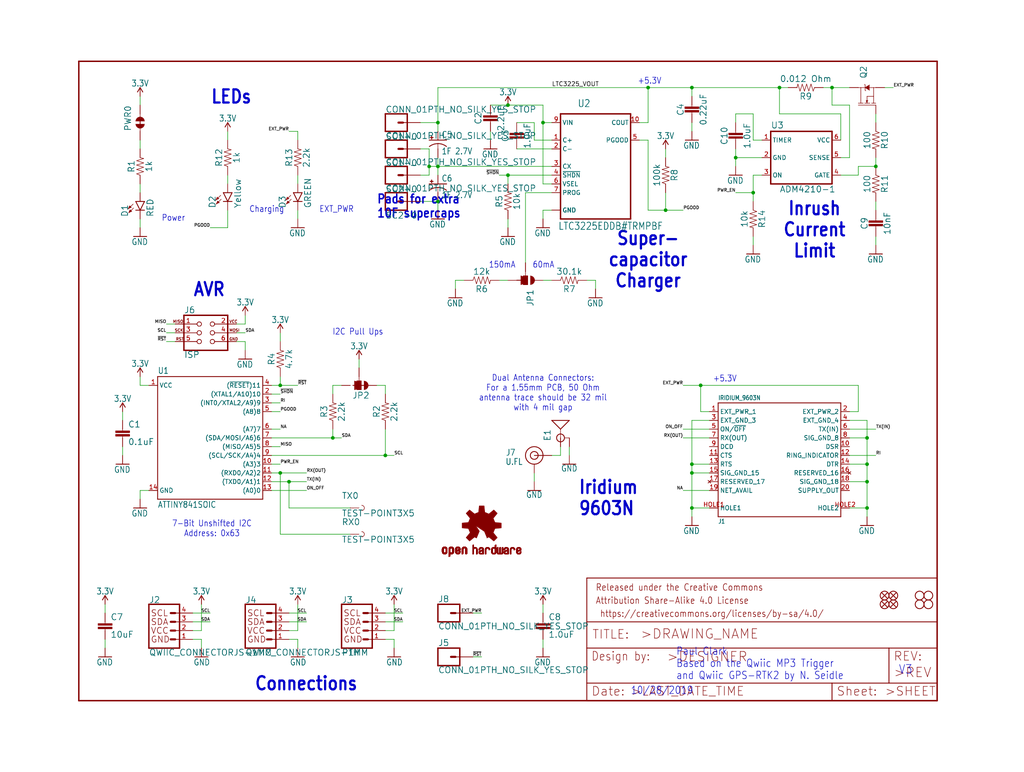
<source format=kicad_sch>
(kicad_sch (version 20211123) (generator eeschema)
  (paper "User" 297.002 223.926)
  (lib_symbols
    (symbol "eagleSchem-eagle-import:0.1UF-0603-25V-5%"
      (property "Reference" "C" (at 1.524 2.921 0))
      (property "Value" "0.1UF-0603-25V-5%" (at 1.524 -2.159 0))
      (symbol "0.1UF-0603-25V-5%_1_0"
        (pin passive line (at 0 5.08 270) (length 2.54) (name "1") (number "1"))
        (pin passive line (at 0 -2.54 90) (length 2.54) (name "2") (number "2"))
      )
    )
    (symbol "eagleSchem-eagle-import:0.22UF-0603-25V-10%"
      (property "Reference" "C" (at 1.524 2.921 0))
      (property "Value" "0.22UF-0603-25V-10%" (at 1.524 -2.159 0))
      (symbol "0.22UF-0603-25V-10%_1_0"
        (pin passive line (at 0 5.08 270) (length 2.54) (name "1") (number "1"))
        (pin passive line (at 0 -2.54 90) (length 2.54) (name "2") (number "2"))
      )
    )
    (symbol "eagleSchem-eagle-import:1.0UF-0603-16V-10%-X7R"
      (property "Reference" "C" (at 1.524 2.921 0))
      (property "Value" "1.0UF-0603-16V-10%-X7R" (at 1.524 -2.159 0))
      (symbol "1.0UF-0603-16V-10%-X7R_1_0"
        (pin passive line (at 0 5.08 270) (length 2.54) (name "1") (number "1"))
        (pin passive line (at 0 -2.54 90) (length 2.54) (name "2") (number "2"))
      )
    )
    (symbol "eagleSchem-eagle-import:100KOHM-0603-1{slash}10W-1%"
      (property "Reference" "R" (at 0 1.524 0))
      (property "Value" "100KOHM-0603-1{slash}10W-1%" (at 0 -1.524 0))
      (symbol "100KOHM-0603-1{slash}10W-1%_1_0"
        (pin passive line (at -5.08 0 0) (length 2.54) (name "1") (number "1"))
        (pin passive line (at 5.08 0 180) (length 2.54) (name "2") (number "2"))
      )
    )
    (symbol "eagleSchem-eagle-import:100OHM-0603-1{slash}10W-1%"
      (property "Reference" "R" (at 0 1.524 0))
      (property "Value" "100OHM-0603-1{slash}10W-1%" (at 0 -1.524 0))
      (symbol "100OHM-0603-1{slash}10W-1%_1_0"
        (pin passive line (at -5.08 0 0) (length 2.54) (name "1") (number "1"))
        (pin passive line (at 5.08 0 180) (length 2.54) (name "2") (number "2"))
      )
    )
    (symbol "eagleSchem-eagle-import:10KOHM-0603-1{slash}10W-1%"
      (property "Reference" "R" (at 0 1.524 0))
      (property "Value" "10KOHM-0603-1{slash}10W-1%" (at 0 -1.524 0))
      (symbol "10KOHM-0603-1{slash}10W-1%_1_0"
        (pin passive line (at -5.08 0 0) (length 2.54) (name "1") (number "1"))
        (pin passive line (at 5.08 0 180) (length 2.54) (name "2") (number "2"))
      )
    )
    (symbol "eagleSchem-eagle-import:10NF-0603-50V-10%"
      (property "Reference" "C" (at 1.524 2.921 0))
      (property "Value" "10NF-0603-50V-10%" (at 1.524 -2.159 0))
      (symbol "10NF-0603-50V-10%_1_0"
        (pin passive line (at 0 5.08 270) (length 2.54) (name "1") (number "1"))
        (pin passive line (at 0 -2.54 90) (length 2.54) (name "2") (number "2"))
      )
    )
    (symbol "eagleSchem-eagle-import:10UF-0603-6.3V-20%"
      (property "Reference" "C" (at 1.524 2.921 0))
      (property "Value" "10UF-0603-6.3V-20%" (at 1.524 -2.159 0))
      (symbol "10UF-0603-6.3V-20%_1_0"
        (pin passive line (at 0 5.08 270) (length 2.54) (name "1") (number "1"))
        (pin passive line (at 0 -2.54 90) (length 2.54) (name "2") (number "2"))
      )
    )
    (symbol "eagleSchem-eagle-import:12KOHM-0603-1{slash}10W-1%"
      (property "Reference" "R" (at 0 1.524 0))
      (property "Value" "12KOHM-0603-1{slash}10W-1%" (at 0 -1.524 0))
      (symbol "12KOHM-0603-1{slash}10W-1%_1_0"
        (pin passive line (at -5.08 0 0) (length 2.54) (name "1") (number "1"))
        (pin passive line (at 5.08 0 180) (length 2.54) (name "2") (number "2"))
      )
    )
    (symbol "eagleSchem-eagle-import:1F-2.7V(PTH)CPOL-RADIAL-1H-2.7V"
      (property "Reference" "C" (at 1.016 0.635 0))
      (property "Value" "1F-2.7V(PTH)CPOL-RADIAL-1H-2.7V" (at 1.016 -4.191 0))
      (symbol "1F-2.7V(PTH)CPOL-RADIAL-1H-2.7V_1_0"
        (pin passive line (at 0 2.54 270) (length 2.54) (name "+") (number "+"))
        (pin passive line (at 0 -5.08 90) (length 2.54) (name "-") (number "-"))
      )
    )
    (symbol "eagleSchem-eagle-import:1KOHM-0603-1{slash}10W-1%"
      (property "Reference" "R" (at 0 1.524 0))
      (property "Value" "1KOHM-0603-1{slash}10W-1%" (at 0 -1.524 0))
      (symbol "1KOHM-0603-1{slash}10W-1%_1_0"
        (pin passive line (at -5.08 0 0) (length 2.54) (name "1") (number "1"))
        (pin passive line (at 5.08 0 180) (length 2.54) (name "2") (number "2"))
      )
    )
    (symbol "eagleSchem-eagle-import:2.2KOHM-0603-1{slash}10W-1%"
      (property "Reference" "R" (at 0 1.524 0))
      (property "Value" "2.2KOHM-0603-1{slash}10W-1%" (at 0 -1.524 0))
      (symbol "2.2KOHM-0603-1{slash}10W-1%_1_0"
        (pin passive line (at -5.08 0 0) (length 2.54) (name "1") (number "1"))
        (pin passive line (at 5.08 0 180) (length 2.54) (name "2") (number "2"))
      )
    )
    (symbol "eagleSchem-eagle-import:2.2UF-0603-10V-20%"
      (property "Reference" "C" (at 1.524 2.921 0))
      (property "Value" "2.2UF-0603-10V-20%" (at 1.524 -2.159 0))
      (symbol "2.2UF-0603-10V-20%_1_0"
        (pin passive line (at 0 5.08 270) (length 2.54) (name "1") (number "1"))
        (pin passive line (at 0 -2.54 90) (length 2.54) (name "2") (number "2"))
      )
    )
    (symbol "eagleSchem-eagle-import:3.3V" (power)
      (property "Value" "3.3V" (at 0 2.794 0))
      (symbol "3.3V_1_0"
        (pin power_in line (at 0 0 90) (length 2.54) (name "3.3V") (number "1"))
      )
    )
    (symbol "eagleSchem-eagle-import:30.1KOHM-0603-1{slash}10W-1%"
      (property "Reference" "R" (at 0 1.524 0))
      (property "Value" "30.1KOHM-0603-1{slash}10W-1%" (at 0 -1.524 0))
      (symbol "30.1KOHM-0603-1{slash}10W-1%_1_0"
        (pin passive line (at -5.08 0 0) (length 2.54) (name "1") (number "1"))
        (pin passive line (at 5.08 0 180) (length 2.54) (name "2") (number "2"))
      )
    )
    (symbol "eagleSchem-eagle-import:4.7KOHM-0603-1{slash}10W-1%"
      (property "Reference" "R" (at 0 1.524 0))
      (property "Value" "4.7KOHM-0603-1{slash}10W-1%" (at 0 -1.524 0))
      (symbol "4.7KOHM-0603-1{slash}10W-1%_1_0"
        (pin passive line (at -5.08 0 0) (length 2.54) (name "1") (number "1"))
        (pin passive line (at 5.08 0 180) (length 2.54) (name "2") (number "2"))
      )
    )
    (symbol "eagleSchem-eagle-import:ADM4210-1"
      (property "Reference" "IC" (at -7.62 8.382 0))
      (property "Value" "ADM4210-1" (at -7.62 -10.16 0))
      (symbol "ADM4210-1_1_0"
        (pin input line (at -10.16 5.08 0) (length 2.54) (name "TIMER") (number "1"))
        (pin power_in line (at -10.16 0 0) (length 2.54) (name "GND") (number "2"))
        (pin input line (at -10.16 -5.08 0) (length 2.54) (name "ON") (number "3"))
        (pin output line (at 12.7 -5.08 180) (length 2.54) (name "GATE") (number "4"))
        (pin input line (at 12.7 0 180) (length 2.54) (name "SENSE") (number "5"))
        (pin power_in line (at 12.7 5.08 180) (length 2.54) (name "VCC") (number "6"))
      )
    )
    (symbol "eagleSchem-eagle-import:ANTENNA-GROUNDEDEDGE_SMA"
      (property "Reference" "E" (at 3.048 0 0))
      (property "Value" "ANTENNA-GROUNDEDEDGE_SMA" (at 3.048 -2.286 0))
      (symbol "ANTENNA-GROUNDEDEDGE_SMA_1_0"
        (pin bidirectional line (at 2.54 -2.54 90) (length 2.54) (name "GND") (number "GND@0"))
        (pin bidirectional line (at 2.54 -2.54 90) (length 2.54) (name "GND") (number "GND@1"))
        (pin bidirectional line (at 2.54 -2.54 90) (length 2.54) (name "GND") (number "GND@2"))
        (pin bidirectional line (at 2.54 -2.54 90) (length 2.54) (name "GND") (number "GND@3"))
        (pin bidirectional line (at 0 -2.54 90) (length 2.54) (name "SIGNAL") (number "SIG"))
      )
    )
    (symbol "eagleSchem-eagle-import:ATTINY841SOIC"
      (property "Reference" "U" (at -15.24 18.542 0))
      (property "Value" "ATTINY841SOIC" (at -15.24 -20.32 0))
      (symbol "ATTINY841SOIC_1_0"
        (pin bidirectional line (at -17.78 15.24 0) (length 2.54) (name "VCC") (number "1"))
        (pin bidirectional line (at 17.78 -7.62 180) (length 2.54) (name "(A3)3") (number "10"))
        (pin bidirectional line (at 17.78 -10.16 180) (length 2.54) (name "(RXD0/A2)2") (number "11"))
        (pin bidirectional line (at 17.78 -12.7 180) (length 2.54) (name "(TXD0/A1)1") (number "12"))
        (pin bidirectional line (at 17.78 -15.24 180) (length 2.54) (name "(A0)0") (number "13"))
        (pin bidirectional line (at -17.78 -15.24 0) (length 2.54) (name "GND") (number "14"))
        (pin bidirectional line (at 17.78 12.7 180) (length 2.54) (name "(XTAL1/A10)10") (number "2"))
        (pin bidirectional line (at 17.78 10.16 180) (length 2.54) (name "(INT0/XTAL2/A9)9") (number "3"))
        (pin bidirectional line (at 17.78 15.24 180) (length 2.54) (name "(~{RESET})11") (number "4"))
        (pin bidirectional line (at 17.78 7.62 180) (length 2.54) (name "(A8)8") (number "5"))
        (pin bidirectional line (at 17.78 2.54 180) (length 2.54) (name "(A7)7") (number "6"))
        (pin bidirectional line (at 17.78 0 180) (length 2.54) (name "(SDA/MOSI/A6)6") (number "7"))
        (pin bidirectional line (at 17.78 -2.54 180) (length 2.54) (name "(MISO/A5)5") (number "8"))
        (pin bidirectional line (at 17.78 -5.08 180) (length 2.54) (name "(SCL/SCK/A4)4") (number "9"))
      )
    )
    (symbol "eagleSchem-eagle-import:AVR_SPI_PROG_3X2TESTPOINTS"
      (property "Reference" "J" (at -5.08 5.588 0))
      (property "Value" "AVR_SPI_PROG_3X2TESTPOINTS" (at -5.08 -7.366 0))
      (symbol "AVR_SPI_PROG_3X2TESTPOINTS_1_0"
        (text "GND" (at 8.001 -2.286 0) (effects (font (size 0.8128 0.8128)) (justify left bottom)))
        (text "MISO" (at -5.207 2.794 0) (effects (font (size 0.8128 0.8128)) (justify right bottom)))
        (text "MOSI" (at 8.001 0.254 0) (effects (font (size 0.8128 0.8128)) (justify left bottom)))
        (text "RST" (at -5.08 -2.286 0) (effects (font (size 0.8128 0.8128)) (justify right bottom)))
        (text "SCK" (at -5.207 0.254 0) (effects (font (size 0.8128 0.8128)) (justify right bottom)))
        (text "VCC" (at 8.001 2.794 0) (effects (font (size 0.8128 0.8128)) (justify left bottom)))
        (pin passive inverted (at -7.62 2.54 0) (length 7.62) (name "1") (number "1"))
        (pin passive inverted (at 10.16 2.54 180) (length 7.62) (name "2") (number "2"))
        (pin passive inverted (at -7.62 0 0) (length 7.62) (name "3") (number "3"))
        (pin passive inverted (at 10.16 0 180) (length 7.62) (name "4") (number "4"))
        (pin passive inverted (at -7.62 -2.54 0) (length 7.62) (name "5") (number "5"))
        (pin passive inverted (at 10.16 -2.54 180) (length 7.62) (name "6") (number "6"))
      )
    )
    (symbol "eagleSchem-eagle-import:CONN_01PTH_NO_SILK_YES_STOP"
      (property "Reference" "J" (at -2.54 3.048 0))
      (property "Value" "CONN_01PTH_NO_SILK_YES_STOP" (at -2.54 -4.826 0))
      (symbol "CONN_01PTH_NO_SILK_YES_STOP_1_0"
        (pin passive line (at 7.62 0 180) (length 5.08) (name "1") (number "1"))
      )
    )
    (symbol "eagleSchem-eagle-import:FIDUCIAL1X2")
    (symbol "eagleSchem-eagle-import:FRAME-LETTER"
      (symbol "FRAME-LETTER_2_0"
        (text " https://creativecommons.org/licenses/by-sa/4.0/" (at 2.54 24.13 0) (effects (font (size 1.9304 1.6408)) (justify left bottom)))
        (text ">DESIGNER" (at 23.114 11.176 0) (effects (font (size 2.7432 2.7432)) (justify left bottom)))
        (text ">DRAWING_NAME" (at 15.494 17.78 0) (effects (font (size 2.7432 2.7432)) (justify left bottom)))
        (text ">LAST_DATE_TIME" (at 12.7 1.27 0) (effects (font (size 2.54 2.54)) (justify left bottom)))
        (text ">REV" (at 88.9 6.604 0) (effects (font (size 2.7432 2.7432)) (justify left bottom)))
        (text ">SHEET" (at 86.36 1.27 0) (effects (font (size 2.54 2.54)) (justify left bottom)))
        (text "Attribution Share-Alike 4.0 License" (at 2.54 27.94 0) (effects (font (size 1.9304 1.6408)) (justify left bottom)))
        (text "Date:" (at 1.27 1.27 0) (effects (font (size 2.54 2.54)) (justify left bottom)))
        (text "Design by:" (at 1.27 11.43 0) (effects (font (size 2.54 2.159)) (justify left bottom)))
        (text "Released under the Creative Commons" (at 2.54 31.75 0) (effects (font (size 1.9304 1.6408)) (justify left bottom)))
        (text "REV:" (at 88.9 11.43 0) (effects (font (size 2.54 2.54)) (justify left bottom)))
        (text "Sheet:" (at 72.39 1.27 0) (effects (font (size 2.54 2.54)) (justify left bottom)))
        (text "TITLE:" (at 1.524 17.78 0) (effects (font (size 2.54 2.54)) (justify left bottom)))
      )
    )
    (symbol "eagleSchem-eagle-import:GND" (power)
      (property "Value" "GND" (at 0 -0.254 0))
      (symbol "GND_1_0"
        (pin power_in line (at 0 2.54 270) (length 2.54) (name "GND") (number "1"))
      )
    )
    (symbol "eagleSchem-eagle-import:I2C_STANDARD_NO_SILK"
      (property "Reference" "J" (at -5.08 7.874 0))
      (property "Value" "I2C_STANDARD_NO_SILK" (at -5.08 -5.334 0))
      (symbol "I2C_STANDARD_NO_SILK_1_0"
        (text "GND" (at -4.572 -2.54 0) (effects (font (size 1.778 1.778)) (justify left)))
        (text "SCL" (at -4.572 5.08 0) (effects (font (size 1.778 1.778)) (justify left)))
        (text "SDA" (at -4.572 2.54 0) (effects (font (size 1.778 1.778)) (justify left)))
        (text "VCC" (at -4.572 0 0) (effects (font (size 1.778 1.778)) (justify left)))
        (pin power_in line (at 7.62 -2.54 180) (length 5.08) (name "GND") (number "1"))
        (pin power_in line (at 7.62 0 180) (length 5.08) (name "VCC") (number "2"))
        (pin passive line (at 7.62 2.54 180) (length 5.08) (name "SDA") (number "3"))
        (pin passive line (at 7.62 5.08 180) (length 5.08) (name "SCL") (number "4"))
      )
    )
    (symbol "eagleSchem-eagle-import:IRIDIUM_9603N"
      (property "Reference" "J" (at 2.54 -32.512 0))
      (property "Value" "IRIDIUM_9603N" (at 2.54 3.302 0))
      (symbol "IRIDIUM_9603N_1_0"
        (pin power_in line (at 0 0 0) (length 2.54) (name "EXT_PWR_1") (number "1"))
        (pin output line (at 40.64 -10.16 180) (length 2.54) (name "DSR") (number "10"))
        (pin output line (at 0 -12.7 0) (length 2.54) (name "CTS") (number "11"))
        (pin output line (at 40.64 -12.7 180) (length 2.54) (name "RING_INDICATOR") (number "12"))
        (pin input line (at 0 -15.24 0) (length 2.54) (name "RTS") (number "13"))
        (pin input line (at 40.64 -15.24 180) (length 2.54) (name "DTR") (number "14"))
        (pin power_in line (at 0 -17.78 0) (length 2.54) (name "SIG_GND_15") (number "15"))
        (pin no_connect line (at 40.64 -17.78 180) (length 2.54) (name "RESERVED_16") (number "16"))
        (pin no_connect line (at 0 -20.32 0) (length 2.54) (name "RESERVED_17") (number "17"))
        (pin power_in line (at 40.64 -20.32 180) (length 2.54) (name "SIG_GND_18") (number "18"))
        (pin output line (at 0 -22.86 0) (length 2.54) (name "NET_AVAIL") (number "19"))
        (pin power_in line (at 40.64 0 180) (length 2.54) (name "EXT_PWR_2") (number "2"))
        (pin output line (at 40.64 -22.86 180) (length 2.54) (name "SUPPLY_OUT") (number "20"))
        (pin power_in line (at 0 -2.54 0) (length 2.54) (name "EXT_GND_3") (number "3"))
        (pin power_in line (at 40.64 -2.54 180) (length 2.54) (name "EXT_GND_4") (number "4"))
        (pin input line (at 0 -5.08 0) (length 2.54) (name "ON/~{OFF}") (number "5"))
        (pin input line (at 40.64 -5.08 180) (length 2.54) (name "TX(IN)") (number "6"))
        (pin output line (at 0 -7.62 0) (length 2.54) (name "RX(OUT)") (number "7"))
        (pin power_in line (at 40.64 -7.62 180) (length 2.54) (name "SIG_GND_8") (number "8"))
        (pin output line (at 0 -10.16 0) (length 2.54) (name "DCD") (number "9"))
        (pin power_in line (at 0 -27.94 0) (length 2.54) (name "HOLE1") (number "HOLE1"))
        (pin power_in line (at 40.64 -27.94 180) (length 2.54) (name "HOLE2") (number "HOLE2"))
      )
    )
    (symbol "eagleSchem-eagle-import:JUMPER-SMT_2_NC_TRACE_SILK"
      (property "Reference" "JP" (at -2.54 2.54 0))
      (property "Value" "JUMPER-SMT_2_NC_TRACE_SILK" (at -2.54 -2.54 0))
      (symbol "JUMPER-SMT_2_NC_TRACE_SILK_1_0"
        (pin passive line (at -5.08 0 0) (length 2.54) (name "1") (number "1"))
        (pin passive line (at 5.08 0 180) (length 2.54) (name "2") (number "2"))
      )
    )
    (symbol "eagleSchem-eagle-import:JUMPER-SMT_3_1-NC_TRACE_SILK"
      (property "Reference" "JP" (at 2.54 0.381 0))
      (property "Value" "JUMPER-SMT_3_1-NC_TRACE_SILK" (at 2.54 -0.381 0))
      (symbol "JUMPER-SMT_3_1-NC_TRACE_SILK_1_0"
        (pin passive line (at 0 5.08 270) (length 2.54) (name "1") (number "1"))
        (pin passive line (at -5.08 0 0) (length 2.54) (name "2") (number "2"))
        (pin passive line (at 0 -5.08 90) (length 2.54) (name "3") (number "3"))
      )
    )
    (symbol "eagleSchem-eagle-import:JUMPER-SMT_3_2-NC_TRACE_SILK"
      (property "Reference" "JP" (at 2.54 0.381 0))
      (property "Value" "JUMPER-SMT_3_2-NC_TRACE_SILK" (at 2.54 -0.381 0))
      (symbol "JUMPER-SMT_3_2-NC_TRACE_SILK_1_0"
        (pin passive line (at 0 5.08 270) (length 2.54) (name "1") (number "1"))
        (pin passive line (at -5.08 0 0) (length 2.54) (name "2") (number "2"))
        (pin passive line (at 0 -5.08 90) (length 2.54) (name "3") (number "3"))
      )
    )
    (symbol "eagleSchem-eagle-import:LED-GREEN0603"
      (property "Reference" "D" (at -3.429 -4.572 90))
      (property "Value" "LED-GREEN0603" (at 1.905 -4.572 90))
      (symbol "LED-GREEN0603_1_0"
        (pin passive line (at 0 2.54 270) (length 2.54) (name "A") (number "A"))
        (pin passive line (at 0 -5.08 90) (length 2.54) (name "C") (number "C"))
      )
    )
    (symbol "eagleSchem-eagle-import:LED-RED0603"
      (property "Reference" "D" (at -3.429 -4.572 90))
      (property "Value" "LED-RED0603" (at 1.905 -4.572 90))
      (symbol "LED-RED0603_1_0"
        (pin passive line (at 0 2.54 270) (length 2.54) (name "A") (number "A"))
        (pin passive line (at 0 -5.08 90) (length 2.54) (name "C") (number "C"))
      )
    )
    (symbol "eagleSchem-eagle-import:LED-YELLOW0603"
      (property "Reference" "D" (at -3.429 -4.572 90))
      (property "Value" "LED-YELLOW0603" (at 1.905 -4.572 90))
      (symbol "LED-YELLOW0603_1_0"
        (pin passive line (at 0 2.54 270) (length 2.54) (name "A") (number "A"))
        (pin passive line (at 0 -5.08 90) (length 2.54) (name "C") (number "C"))
      )
    )
    (symbol "eagleSchem-eagle-import:LTC3225EDDB-TRMPBFDFN300X200-10L"
      (property "Reference" "U" (at -5.2578 17.1196 0))
      (property "Value" "LTC3225EDDB-TRMPBFDFN300X200-10L" (at -5.7912 -18.4404 0))
      (symbol "LTC3225EDDB-TRMPBFDFN300X200-10L_1_0"
        (pin passive line (at -12.7 7.62 0) (length 2.54) (name "C+") (number "1"))
        (pin output line (at 12.7 12.7 180) (length 2.54) (name "COUT") (number "10"))
        (pin passive line (at -12.7 -12.7 0) (length 2.54) (name "GND") (number "11"))
        (pin passive line (at -12.7 5.08 0) (length 2.54) (name "C-") (number "2"))
        (pin passive line (at -12.7 0 0) (length 2.54) (name "CX") (number "3"))
        (pin input line (at -12.7 -2.54 0) (length 2.54) (name "~{SHDN}") (number "4"))
        (pin output line (at 12.7 7.62 180) (length 2.54) (name "PGOOD") (number "5"))
        (pin input line (at -12.7 -5.08 0) (length 2.54) (name "VSEL") (number "6"))
        (pin input line (at -12.7 -7.62 0) (length 2.54) (name "PROG") (number "7"))
        (pin passive line (at -12.7 -12.7 0) (length 2.54) (name "GND") (number "8"))
        (pin power_in line (at -12.7 12.7 0) (length 2.54) (name "VIN") (number "9"))
      )
    )
    (symbol "eagleSchem-eagle-import:MOSFET-NCH-AO3404A"
      (property "Reference" "Q" (at 5.08 0 0))
      (property "Value" "MOSFET-NCH-AO3404A" (at 5.08 -2.54 0))
      (symbol "MOSFET-NCH-AO3404A_1_0"
        (pin bidirectional line (at -5.08 -2.54 0) (length 2.54) (name "G") (number "1"))
        (pin bidirectional line (at 2.54 -5.08 90) (length 2.54) (name "S") (number "2"))
        (pin bidirectional line (at 2.54 5.08 270) (length 2.54) (name "D") (number "3"))
      )
    )
    (symbol "eagleSchem-eagle-import:OSHW-LOGOMINI")
    (symbol "eagleSchem-eagle-import:QWIIC_CONNECTORJS-1MM"
      (property "Reference" "J" (at -5.08 7.874 0))
      (property "Value" "QWIIC_CONNECTORJS-1MM" (at -5.08 -5.334 0))
      (symbol "QWIIC_CONNECTORJS-1MM_1_0"
        (text "GND" (at -4.572 -2.54 0) (effects (font (size 1.778 1.778)) (justify left)))
        (text "SCL" (at -4.572 5.08 0) (effects (font (size 1.778 1.778)) (justify left)))
        (text "SDA" (at -4.572 2.54 0) (effects (font (size 1.778 1.778)) (justify left)))
        (text "VCC" (at -4.572 0 0) (effects (font (size 1.778 1.778)) (justify left)))
        (pin power_in line (at 7.62 -2.54 180) (length 5.08) (name "1") (number "1"))
        (pin power_in line (at 7.62 0 180) (length 5.08) (name "2") (number "2"))
        (pin passive line (at 7.62 2.54 180) (length 5.08) (name "3") (number "3"))
        (pin passive line (at 7.62 5.08 180) (length 5.08) (name "4") (number "4"))
      )
    )
    (symbol "eagleSchem-eagle-import:RESISTOR0603"
      (property "Reference" "R" (at 0 1.524 0))
      (property "Value" "RESISTOR0603" (at 0 -1.524 0))
      (symbol "RESISTOR0603_1_0"
        (pin passive line (at -5.08 0 0) (length 2.54) (name "1") (number "1"))
        (pin passive line (at 5.08 0 180) (length 2.54) (name "2") (number "2"))
      )
    )
    (symbol "eagleSchem-eagle-import:STAND-OFF")
    (symbol "eagleSchem-eagle-import:TEST-POINT3X5"
      (property "Reference" "TP" (at -2.54 2.54 0))
      (property "Value" "TEST-POINT3X5" (at -2.54 -2.54 0))
      (symbol "TEST-POINT3X5_1_0"
        (pin bidirectional line (at 0 0 180) (length 0) (name "1") (number "P$1"))
      )
    )
    (symbol "eagleSchem-eagle-import:U.FL2PIN"
      (property "Reference" "J" (at 2.54 -5.08 0))
      (property "Value" "U.FL2PIN" (at 2.54 -7.62 0))
      (symbol "U.FL2PIN_1_0"
        (pin bidirectional line (at 0 -5.08 90) (length 2.54) (name "GND") (number "1"))
        (pin bidirectional line (at 0 -5.08 90) (length 2.54) (name "GND") (number "2"))
        (pin bidirectional line (at 5.08 0 180) (length 5.08) (name "SIGNAL") (number "FEED"))
      )
    )
  )
  (junction (at 241.3 25.4))
  (junction (at 251.46 139.7))
  (junction (at 187.96 25.4))
  (junction (at 127 35.56))
  (junction (at 127 58.42))
  (junction (at 200.66 137.16))
  (junction (at 83.82 139.7))
  (junction (at 200.66 25.4))
  (junction (at 203.2 111.76))
  (junction (at 254 48.26))
  (junction (at 251.46 127))
  (junction (at 157.48 35.56))
  (junction (at 127 48.26))
  (junction (at 226.06 25.4))
  (junction (at 147.32 50.8))
  (junction (at 251.46 134.62))
  (junction (at 193.04 60.96))
  (junction (at 213.36 45.72))
  (junction (at 218.44 55.88))
  (junction (at 200.66 147.32))
  (junction (at 111.76 132.08))
  (junction (at 81.28 137.16))
  (junction (at 251.46 147.32))
  (junction (at 200.66 134.62))
  (junction (at 124.46 48.26))
  (junction (at 81.28 111.76))
  (junction (at 147.32 30.48))
  (junction (at 96.52 127))
  (wire (pts (xy 71.12 91.44) (xy 71.12 93.98)))
  (wire (pts (xy 104.14 106.68) (xy 104.14 104.14)))
  (wire (pts (xy 83.82 177.8) (xy 88.9 177.8)))
  (wire (pts (xy 251.46 139.7) (xy 251.46 134.62)))
  (wire (pts (xy 254 45.72) (xy 254 48.26)))
  (wire (pts (xy 218.44 71.12) (xy 218.44 68.58)))
  (wire (pts (xy 124.46 43.18) (xy 124.46 48.26)))
  (wire (pts (xy 154.94 40.64) (xy 154.94 35.56)))
  (wire (pts (xy 187.96 25.4) (xy 127 25.4)))
  (wire (pts (xy 157.48 185.42) (xy 157.48 187.96)))
  (wire (pts (xy 68.58 96.52) (xy 71.12 96.52)))
  (wire (pts (xy 160.02 53.34) (xy 157.48 53.34)))
  (wire (pts (xy 109.22 111.76) (xy 111.76 111.76)))
  (wire (pts (xy 78.74 142.24) (xy 88.9 142.24)))
  (wire (pts (xy 111.76 132.08) (xy 114.3 132.08)))
  (wire (pts (xy 193.04 60.96) (xy 198.12 60.96)))
  (wire (pts (xy 83.82 139.7) (xy 88.9 139.7)))
  (wire (pts (xy 86.36 40.64) (xy 86.36 38.1)))
  (wire (pts (xy 78.74 132.08) (xy 111.76 132.08)))
  (wire (pts (xy 127 45.72) (xy 127 48.26)))
  (wire (pts (xy 254 58.42) (xy 254 60.96)))
  (wire (pts (xy 96.52 127) (xy 99.06 127)))
  (wire (pts (xy 200.66 27.94) (xy 200.66 25.4)))
  (wire (pts (xy 40.64 55.88) (xy 40.64 53.34)))
  (wire (pts (xy 88.9 137.16) (xy 81.28 137.16)))
  (wire (pts (xy 78.74 139.7) (xy 83.82 139.7)))
  (wire (pts (xy 40.64 142.24) (xy 40.64 144.78)))
  (wire (pts (xy 248.92 50.8) (xy 248.92 48.26)))
  (wire (pts (xy 83.82 147.32) (xy 83.82 139.7)))
  (wire (pts (xy 213.36 48.26) (xy 213.36 45.72)))
  (wire (pts (xy 147.32 30.48) (xy 157.48 30.48)))
  (wire (pts (xy 114.3 182.88) (xy 114.3 175.26)))
  (wire (pts (xy 55.88 177.8) (xy 60.96 177.8)))
  (wire (pts (xy 218.44 55.88) (xy 213.36 55.88)))
  (wire (pts (xy 30.48 185.42) (xy 30.48 187.96)))
  (wire (pts (xy 144.78 50.8) (xy 147.32 50.8)))
  (wire (pts (xy 121.92 43.18) (xy 124.46 43.18)))
  (wire (pts (xy 142.24 30.48) (xy 147.32 30.48)))
  (wire (pts (xy 165.1 132.08) (xy 165.1 129.54)))
  (wire (pts (xy 132.08 83.82) (xy 132.08 81.28)))
  (wire (pts (xy 226.06 25.4) (xy 200.66 25.4)))
  (wire (pts (xy 86.36 60.96) (xy 86.36 63.5)))
  (wire (pts (xy 101.6 154.94) (xy 81.28 154.94)))
  (wire (pts (xy 200.66 134.62) (xy 200.66 137.16)))
  (wire (pts (xy 251.46 121.92) (xy 246.38 121.92)))
  (wire (pts (xy 160.02 60.96) (xy 157.48 60.96)))
  (wire (pts (xy 68.58 99.06) (xy 71.12 99.06)))
  (wire (pts (xy 218.44 50.8) (xy 218.44 55.88)))
  (wire (pts (xy 127 48.26) (xy 124.46 48.26)))
  (wire (pts (xy 218.44 58.42) (xy 218.44 55.88)))
  (wire (pts (xy 251.46 147.32) (xy 251.46 139.7)))
  (wire (pts (xy 246.38 30.48) (xy 241.3 30.48)))
  (wire (pts (xy 35.56 129.54) (xy 35.56 132.08)))
  (wire (pts (xy 246.38 132.08) (xy 254 132.08)))
  (wire (pts (xy 40.64 30.48) (xy 40.64 27.94)))
  (wire (pts (xy 66.04 60.96) (xy 66.04 66.04)))
  (wire (pts (xy 187.96 40.64) (xy 187.96 60.96)))
  (wire (pts (xy 246.38 119.38) (xy 248.92 119.38)))
  (wire (pts (xy 243.84 33.02) (xy 226.06 33.02)))
  (wire (pts (xy 218.44 33.02) (xy 218.44 40.64)))
  (wire (pts (xy 111.76 185.42) (xy 114.3 185.42)))
  (wire (pts (xy 243.84 40.64) (xy 243.84 33.02)))
  (wire (pts (xy 35.56 121.92) (xy 35.56 119.38)))
  (wire (pts (xy 193.04 45.72) (xy 193.04 43.18)))
  (wire (pts (xy 200.66 121.92) (xy 200.66 134.62)))
  (wire (pts (xy 205.74 124.46) (xy 198.12 124.46)))
  (wire (pts (xy 86.36 185.42) (xy 86.36 187.96)))
  (wire (pts (xy 81.28 111.76) (xy 81.28 109.22)))
  (wire (pts (xy 157.48 35.56) (xy 160.02 35.56)))
  (wire (pts (xy 246.38 124.46) (xy 254 124.46)))
  (wire (pts (xy 55.88 182.88) (xy 58.42 182.88)))
  (wire (pts (xy 205.74 142.24) (xy 198.12 142.24)))
  (wire (pts (xy 55.88 185.42) (xy 58.42 185.42)))
  (wire (pts (xy 134.62 81.28) (xy 132.08 81.28)))
  (wire (pts (xy 213.36 35.56) (xy 213.36 33.02)))
  (wire (pts (xy 160.02 48.26) (xy 127 48.26)))
  (wire (pts (xy 213.36 33.02) (xy 218.44 33.02)))
  (wire (pts (xy 68.58 93.98) (xy 71.12 93.98)))
  (wire (pts (xy 78.74 114.3) (xy 81.28 114.3)))
  (wire (pts (xy 157.48 53.34) (xy 157.48 35.56)))
  (wire (pts (xy 43.18 111.76) (xy 40.64 111.76)))
  (wire (pts (xy 142.24 40.64) (xy 142.24 38.1)))
  (wire (pts (xy 78.74 134.62) (xy 81.28 134.62)))
  (wire (pts (xy 162.56 129.54) (xy 162.56 132.08)))
  (wire (pts (xy 205.74 127) (xy 198.12 127)))
  (wire (pts (xy 78.74 124.46) (xy 81.28 124.46)))
  (wire (pts (xy 86.36 38.1) (xy 83.82 38.1)))
  (wire (pts (xy 101.6 147.32) (xy 83.82 147.32)))
  (wire (pts (xy 40.64 66.04) (xy 40.64 63.5)))
  (wire (pts (xy 81.28 99.06) (xy 81.28 96.52)))
  (wire (pts (xy 185.42 35.56) (xy 187.96 35.56)))
  (wire (pts (xy 251.46 127) (xy 251.46 121.92)))
  (wire (pts (xy 162.56 132.08) (xy 160.02 132.08)))
  (wire (pts (xy 170.18 81.28) (xy 172.72 81.28)))
  (wire (pts (xy 157.48 177.8) (xy 157.48 175.26)))
  (wire (pts (xy 66.04 66.04) (xy 60.96 66.04)))
  (wire (pts (xy 137.16 190.5) (xy 139.7 190.5)))
  (wire (pts (xy 66.04 53.34) (xy 66.04 50.8)))
  (wire (pts (xy 248.92 111.76) (xy 203.2 111.76)))
  (wire (pts (xy 83.82 180.34) (xy 88.9 180.34)))
  (wire (pts (xy 220.98 50.8) (xy 218.44 50.8)))
  (wire (pts (xy 111.76 180.34) (xy 116.84 180.34)))
  (wire (pts (xy 81.28 111.76) (xy 86.36 111.76)))
  (wire (pts (xy 248.92 119.38) (xy 248.92 111.76)))
  (wire (pts (xy 127 48.26) (xy 127 50.8)))
  (wire (pts (xy 83.82 185.42) (xy 86.36 185.42)))
  (wire (pts (xy 213.36 45.72) (xy 220.98 45.72)))
  (wire (pts (xy 187.96 60.96) (xy 193.04 60.96)))
  (wire (pts (xy 246.38 45.72) (xy 246.38 30.48)))
  (wire (pts (xy 147.32 53.34) (xy 147.32 50.8)))
  (wire (pts (xy 78.74 137.16) (xy 81.28 137.16)))
  (wire (pts (xy 81.28 154.94) (xy 81.28 137.16)))
  (wire (pts (xy 160.02 40.64) (xy 154.94 40.64)))
  (wire (pts (xy 50.8 93.98) (xy 48.26 93.98)))
  (wire (pts (xy 172.72 81.28) (xy 172.72 83.82)))
  (wire (pts (xy 127 35.56) (xy 127 38.1)))
  (wire (pts (xy 213.36 43.18) (xy 213.36 45.72)))
  (wire (pts (xy 228.6 25.4) (xy 226.06 25.4)))
  (wire (pts (xy 121.92 35.56) (xy 127 35.56)))
  (wire (pts (xy 248.92 48.26) (xy 254 48.26)))
  (wire (pts (xy 241.3 25.4) (xy 246.38 25.4)))
  (wire (pts (xy 152.4 55.88) (xy 152.4 76.2)))
  (wire (pts (xy 160.02 55.88) (xy 152.4 55.88)))
  (wire (pts (xy 127 58.42) (xy 127 60.96)))
  (wire (pts (xy 241.3 30.48) (xy 241.3 25.4)))
  (wire (pts (xy 86.36 182.88) (xy 86.36 175.26)))
  (wire (pts (xy 50.8 96.52) (xy 48.26 96.52)))
  (wire (pts (xy 30.48 177.8) (xy 30.48 175.26)))
  (wire (pts (xy 111.76 111.76) (xy 111.76 114.3)))
  (wire (pts (xy 254 33.02) (xy 254 35.56)))
  (wire (pts (xy 78.74 119.38) (xy 81.28 119.38)))
  (wire (pts (xy 205.74 134.62) (xy 200.66 134.62)))
  (wire (pts (xy 226.06 33.02) (xy 226.06 25.4)))
  (wire (pts (xy 78.74 127) (xy 96.52 127)))
  (wire (pts (xy 99.06 111.76) (xy 96.52 111.76)))
  (wire (pts (xy 121.92 58.42) (xy 127 58.42)))
  (wire (pts (xy 154.94 35.56) (xy 149.86 35.56)))
  (wire (pts (xy 86.36 50.8) (xy 86.36 53.34)))
  (wire (pts (xy 137.16 177.8) (xy 139.7 177.8)))
  (wire (pts (xy 58.42 185.42) (xy 58.42 187.96)))
  (wire (pts (xy 246.38 139.7) (xy 251.46 139.7)))
  (wire (pts (xy 66.04 40.64) (xy 66.04 38.1)))
  (wire (pts (xy 124.46 50.8) (xy 124.46 48.26)))
  (wire (pts (xy 96.52 124.46) (xy 96.52 127)))
  (wire (pts (xy 187.96 35.56) (xy 187.96 25.4)))
  (wire (pts (xy 203.2 111.76) (xy 198.12 111.76)))
  (wire (pts (xy 238.76 25.4) (xy 241.3 25.4)))
  (wire (pts (xy 71.12 99.06) (xy 71.12 101.6)))
  (wire (pts (xy 251.46 134.62) (xy 251.46 127)))
  (wire (pts (xy 205.74 137.16) (xy 200.66 137.16)))
  (wire (pts (xy 243.84 50.8) (xy 248.92 50.8)))
  (wire (pts (xy 246.38 127) (xy 251.46 127)))
  (wire (pts (xy 157.48 30.48) (xy 157.48 35.56)))
  (wire (pts (xy 147.32 66.04) (xy 147.32 63.5)))
  (wire (pts (xy 256.54 25.4) (xy 259.08 25.4)))
  (wire (pts (xy 40.64 43.18) (xy 40.64 40.64)))
  (wire (pts (xy 50.8 99.06) (xy 48.26 99.06)))
  (wire (pts (xy 203.2 119.38) (xy 203.2 111.76)))
  (wire (pts (xy 243.84 45.72) (xy 246.38 45.72)))
  (wire (pts (xy 83.82 182.88) (xy 86.36 182.88)))
  (wire (pts (xy 121.92 50.8) (xy 124.46 50.8)))
  (wire (pts (xy 254 68.58) (xy 254 71.12)))
  (wire (pts (xy 147.32 50.8) (xy 160.02 50.8)))
  (wire (pts (xy 40.64 111.76) (xy 40.64 109.22)))
  (wire (pts (xy 200.66 35.56) (xy 200.66 38.1)))
  (wire (pts (xy 200.66 147.32) (xy 200.66 149.86)))
  (wire (pts (xy 157.48 60.96) (xy 157.48 63.5)))
  (wire (pts (xy 185.42 40.64) (xy 187.96 40.64)))
  (wire (pts (xy 111.76 124.46) (xy 111.76 132.08)))
  (wire (pts (xy 43.18 142.24) (xy 40.64 142.24)))
  (wire (pts (xy 205.74 147.32) (xy 200.66 147.32)))
  (wire (pts (xy 200.66 25.4) (xy 187.96 25.4)))
  (wire (pts (xy 114.3 185.42) (xy 114.3 187.96)))
  (wire (pts (xy 200.66 137.16) (xy 200.66 147.32)))
  (wire (pts (xy 111.76 182.88) (xy 114.3 182.88)))
  (wire (pts (xy 144.78 81.28) (xy 147.32 81.28)))
  (wire (pts (xy 218.44 40.64) (xy 220.98 40.64)))
  (wire (pts (xy 246.38 134.62) (xy 251.46 134.62)))
  (wire (pts (xy 246.38 147.32) (xy 251.46 147.32)))
  (wire (pts (xy 58.42 182.88) (xy 58.42 175.26)))
  (wire (pts (xy 193.04 55.88) (xy 193.04 60.96)))
  (wire (pts (xy 251.46 147.32) (xy 251.46 149.86)))
  (wire (pts (xy 96.52 111.76) (xy 96.52 114.3)))
  (wire (pts (xy 160.02 43.18) (xy 149.86 43.18)))
  (wire (pts (xy 205.74 121.92) (xy 200.66 121.92)))
  (wire (pts (xy 154.94 139.7) (xy 154.94 137.16)))
  (wire (pts (xy 78.74 116.84) (xy 81.28 116.84)))
  (wire (pts (xy 78.74 111.76) (xy 81.28 111.76)))
  (wire (pts (xy 55.88 180.34) (xy 60.96 180.34)))
  (wire (pts (xy 111.76 177.8) (xy 116.84 177.8)))
  (wire (pts (xy 157.48 81.28) (xy 160.02 81.28)))
  (wire (pts (xy 78.74 129.54) (xy 81.28 129.54)))
  (wire (pts (xy 127 25.4) (xy 127 35.56)))
  (wire (pts (xy 205.74 119.38) (xy 203.2 119.38)))
  (text "Charging" (at 72.263 61.849 180) (effects (font (size 1.778 1.5113)) (justify left bottom)))
  (text "Paul Clark\nBased on the Qwiic MP3 Trigger\nand Qwiic GPS-RTK2 by N. Seidle" (at 196.088 197.358 180) (effects (font (size 2.1844 1.8567)) (justify left bottom)))
  (text "Iridium\n9603N" (at 167.64 149.86 180) (effects (font (size 3.81 3.2385) (thickness 0.6477) bold) (justify left bottom)))
  (text "AVR" (at 55.88 86.36 180) (effects (font (size 3.81 3.2385) (thickness 0.6477) bold) (justify left bottom)))
  (text "10/28/2019" (at 182.88 201.676 180) (effects (font (size 2.1844 1.8567)) (justify left bottom)))
  (text "+5.3V" (at 206.756 110.998 180) (effects (font (size 1.778 1.5113)) (justify left bottom)))
  (text "7-Bit Unshifted I2C\nAddress: 0x63" (at 61.468 153.416 180) (effects (font (size 1.778 1.5113))))
  (text "Pads for extra\n10F supercaps" (at 109.22 63.5 180) (effects (font (size 2.54 2.159) (thickness 0.4318) bold) (justify left bottom)))
  (text "EXT_PWR" (at 92.583 61.849 180) (effects (font (size 1.778 1.5113)) (justify left bottom)))
  (text "Connections" (at 73.66 200.66 180) (effects (font (size 3.81 3.2385) (thickness 0.6477) bold) (justify left bottom)))
  (text "I2C Pull Ups" (at 96.393 97.409 180) (effects (font (size 1.778 1.5113)) (justify left bottom)))
  (text "150mA" (at 141.732 77.978 180) (effects (font (size 1.778 1.5113)) (justify left bottom)))
  (text "LEDs" (at 60.96 30.48 180) (effects (font (size 3.81 3.2385) (thickness 0.6477) bold) (justify left bottom)))
  (text "+5.3V" (at 184.912 24.638 180) (effects (font (size 1.778 1.5113)) (justify left bottom)))
  (text "Power" (at 46.863 64.389 180) (effects (font (size 1.778 1.5113)) (justify left bottom)))
  (text "Super-\ncapacitor\nCharger" (at 187.96 83.82 180) (effects (font (size 3.81 3.2385) (thickness 0.6477) bold) (justify bottom)))
  (text "60mA" (at 154.432 77.978 180) (effects (font (size 1.778 1.5113)) (justify left bottom)))
  (text "V3" (at 260.604 195.834 180) (effects (font (size 2.54 2.159)) (justify left bottom)))
  (text "Dual Antenna Connectors:\nFor a 1.55mm PCB, 50 Ohm\nantenna trace should be 32 mil\nwith 4 mil gap" (at 157.48 119.38 180) (effects (font (size 1.778 1.5113)) (justify bottom)))
  (text "Inrush\nCurrent\nLimit" (at 236.22 58.42 180) (effects (font (size 3.81 3.2385) (thickness 0.6477) bold) (justify top)))
  (label "SDA" (at 60.96 180.34 180) (effects (font (size 0.889 0.889))))
  (label "PWR_EN" (at 81.28 134.62 0) (effects (font (size 0.889 0.889))))
  (label "SCL" (at 48.26 96.52 180) (effects (font (size 0.889 0.889))))
  (label "EXT_PWR" (at 83.82 38.1 180) (effects (font (size 0.889 0.889))))
  (label "TX(IN)" (at 254 124.46 0) (effects (font (size 0.889 0.889))))
  (label "EXT_PWR" (at 198.12 111.76 180) (effects (font (size 0.889 0.889))))
  (label "MISO" (at 48.26 93.98 180) (effects (font (size 0.889 0.889))))
  (label "SDA" (at 88.9 180.34 180) (effects (font (size 0.889 0.889))))
  (label "SDA" (at 71.12 96.52 0) (effects (font (size 0.889 0.889))))
  (label "MISO" (at 81.28 129.54 0) (effects (font (size 0.889 0.889))))
  (label "RX(OUT)" (at 88.9 137.16 0) (effects (font (size 0.889 0.889))))
  (label "LTC3225_VOUT" (at 160.02 25.4 0) (effects (font (size 1.2446 1.2446))))
  (label "~{SHDN}" (at 144.78 50.8 180) (effects (font (size 0.889 0.889))))
  (label "ON_OFF" (at 198.12 124.46 180) (effects (font (size 0.889 0.889))))
  (label "~{RST}" (at 48.26 99.06 180) (effects (font (size 0.889 0.889))))
  (label "~{RST}" (at 86.36 111.76 0) (effects (font (size 0.889 0.889))))
  (label "RI" (at 81.28 116.84 0) (effects (font (size 0.889 0.889))))
  (label "SCL" (at 114.3 132.08 0) (effects (font (size 0.889 0.889))))
  (label "TX(IN)" (at 88.9 139.7 0) (effects (font (size 0.889 0.889))))
  (label "RX(OUT)" (at 198.12 127 180) (effects (font (size 0.889 0.889))))
  (label "PWR_EN" (at 213.36 55.88 180) (effects (font (size 0.889 0.889))))
  (label "~{RST}" (at 139.7 190.5 180) (effects (font (size 0.889 0.889))))
  (label "EXT_PWR" (at 139.7 177.8 180) (effects (font (size 0.889 0.889))))
  (label "~{SHDN}" (at 81.28 114.3 0) (effects (font (size 0.889 0.889))))
  (label "ON_OFF" (at 88.9 142.24 0) (effects (font (size 0.889 0.889))))
  (label "SCL" (at 88.9 177.8 180) (effects (font (size 0.889 0.889))))
  (label "PGOOD" (at 81.28 119.38 0) (effects (font (size 0.889 0.889))))
  (label "SDA" (at 99.06 127 0) (effects (font (size 0.889 0.889))))
  (label "EXT_PWR" (at 259.08 25.4 0) (effects (font (size 0.889 0.889))))
  (label "SCL" (at 116.84 177.8 180) (effects (font (size 0.889 0.889))))
  (label "PGOOD" (at 60.96 66.04 180) (effects (font (size 0.889 0.889))))
  (label "NA" (at 198.12 142.24 180) (effects (font (size 0.889 0.889))))
  (label "RI" (at 254 132.08 0) (effects (font (size 0.889 0.889))))
  (label "NA" (at 81.28 124.46 0) (effects (font (size 0.889 0.889))))
  (label "PGOOD" (at 198.12 60.96 0) (effects (font (size 0.889 0.889))))
  (label "SDA" (at 116.84 180.34 180) (effects (font (size 0.889 0.889))))
  (label "SCL" (at 60.96 177.8 180) (effects (font (size 0.889 0.889))))
  (symbol (lib_id "eagleSchem-eagle-import:GND") (at 132.08 86.36 0) (unit 1)
    (property "Reference" "#GND15" (effects hide))
    (property "Value" "GND" (at 129.54 88.9 0) (effects (font (size 1.778 1.5113)) (justify left bottom)))
    (property "Footprint" "eagleSchem:" (effects hide))
  )
  (symbol (lib_id "eagleSchem-eagle-import:GND") (at 40.64 147.32 0) (unit 1)
    (property "Reference" "#GND13" (effects hide))
    (property "Value" "GND" (at 38.1 149.86 0) (effects (font (size 1.778 1.5113)) (justify left bottom)))
    (property "Footprint" "eagleSchem:" (effects hide))
  )
  (symbol (lib_id "eagleSchem-eagle-import:GND") (at 35.56 134.62 0) (unit 1)
    (property "Reference" "#GND5" (effects hide))
    (property "Value" "GND" (at 33.02 137.16 0) (effects (font (size 1.778 1.5113)) (justify left bottom)))
    (property "Footprint" "eagleSchem:" (effects hide))
  )
  (symbol (lib_id "eagleSchem-eagle-import:CONN_01PTH_NO_SILK_YES_STOP") (at 114.3 43.18 0) (mirror x) (unit 1)
    (property "Reference" "SC1-0" (at 111.76 46.228 0) (effects (font (size 1.778 1.778)) (justify left bottom)))
    (property "Value" "CONN_01PTH_NO_SILK_YES_STOP" (at 111.76 38.354 0) (effects (font (size 1.778 1.778)) (justify left bottom)))
    (property "Footprint" "eagleSchem:1X01_NO_SILK" (effects hide))
  )
  (symbol (lib_id "eagleSchem-eagle-import:GND") (at 157.48 190.5 0) (unit 1)
    (property "Reference" "#GND2" (effects hide))
    (property "Value" "GND" (at 154.94 193.04 0) (effects (font (size 1.778 1.5113)) (justify left bottom)))
    (property "Footprint" "eagleSchem:" (effects hide))
  )
  (symbol (lib_id "eagleSchem-eagle-import:GND") (at 40.64 68.58 0) (unit 1)
    (property "Reference" "#GND3" (effects hide))
    (property "Value" "GND" (at 38.1 71.12 0) (effects (font (size 1.778 1.5113)) (justify left bottom)))
    (property "Footprint" "eagleSchem:" (effects hide))
  )
  (symbol (lib_id "eagleSchem-eagle-import:1F-2.7V(PTH)CPOL-RADIAL-1H-2.7V") (at 127 40.64 0) (unit 1)
    (property "Reference" "C5" (at 128.016 40.005 0) (effects (font (size 1.778 1.5113)) (justify left bottom)))
    (property "Value" "1F 2.7V" (at 128.016 44.831 0) (effects (font (size 1.778 1.5113)) (justify left bottom)))
    (property "Footprint" "eagleSchem:CPOL-RADIAL-1F-2.7V" (effects hide))
  )
  (symbol (lib_id "eagleSchem-eagle-import:QWIIC_CONNECTORJS-1MM") (at 48.26 182.88 0) (unit 1)
    (property "Reference" "J2" (at 43.18 175.006 0) (effects (font (size 1.778 1.778)) (justify left bottom)))
    (property "Value" "QWIIC_CONNECTORJS-1MM" (at 43.18 188.214 0) (effects (font (size 1.778 1.778)) (justify left top)))
    (property "Footprint" "eagleSchem:JST04_1MM_RA" (effects hide))
  )
  (symbol (lib_id "eagleSchem-eagle-import:3.3V") (at 30.48 175.26 0) (unit 1)
    (property "Reference" "#SUPPLY5" (effects hide))
    (property "Value" "3.3V" (at 30.48 172.466 0) (effects (font (size 1.778 1.5113)) (justify bottom)))
    (property "Footprint" "eagleSchem:" (effects hide))
  )
  (symbol (lib_id "eagleSchem-eagle-import:2.2KOHM-0603-1{slash}10W-1%") (at 96.52 119.38 90) (unit 1)
    (property "Reference" "R3" (at 94.996 119.38 0) (effects (font (size 1.778 1.778)) (justify bottom)))
    (property "Value" "2.2k" (at 98.044 119.38 0) (effects (font (size 1.778 1.778)) (justify top)))
    (property "Footprint" "eagleSchem:0603" (effects hide))
  )
  (symbol (lib_id "eagleSchem-eagle-import:GND") (at 127 63.5 0) (unit 1)
    (property "Reference" "#GND11" (effects hide))
    (property "Value" "GND" (at 124.46 66.04 0) (effects (font (size 1.778 1.5113)) (justify left bottom)))
    (property "Footprint" "eagleSchem:" (effects hide))
  )
  (symbol (lib_id "eagleSchem-eagle-import:GND") (at 200.66 40.64 0) (unit 1)
    (property "Reference" "#GND18" (effects hide))
    (property "Value" "GND" (at 198.12 43.18 0) (effects (font (size 1.778 1.5113)) (justify left bottom)))
    (property "Footprint" "eagleSchem:" (effects hide))
  )
  (symbol (lib_id "eagleSchem-eagle-import:MOSFET-NCH-AO3404A") (at 251.46 27.94 90) (unit 1)
    (property "Reference" "Q2" (at 251.46 22.86 0) (effects (font (size 1.778 1.778)) (justify left bottom)))
    (property "Value" "5.8A/30V/35mΩ" (effects hide))
    (property "Footprint" "eagleSchem:SOT23-3" (effects hide))
  )
  (symbol (lib_id "eagleSchem-eagle-import:TEST-POINT3X5") (at 101.6 147.32 0) (unit 1)
    (property "Reference" "TX0" (at 99.06 144.78 0) (effects (font (size 1.778 1.778)) (justify left bottom)))
    (property "Value" "TEST-POINT3X5" (at 99.06 149.86 0) (effects (font (size 1.778 1.778)) (justify left bottom)))
    (property "Footprint" "eagleSchem:PAD.03X.05" (effects hide))
  )
  (symbol (lib_id "eagleSchem-eagle-import:STAND-OFF") (at 269.24 175.26 0) (unit 1)
    (property "Reference" "JP4" (effects hide))
    (property "Value" "STAND-OFF" (effects hide))
    (property "Footprint" "eagleSchem:STAND-OFF" (effects hide))
  )
  (symbol (lib_id "eagleSchem-eagle-import:0.22UF-0603-25V-10%") (at 200.66 33.02 0) (unit 1)
    (property "Reference" "C4" (at 197.354 31.77 90) (effects (font (size 1.778 1.778))))
    (property "Value" "0.22uF" (at 203.976 31.77 90) (effects (font (size 1.778 1.778))))
    (property "Footprint" "eagleSchem:0603" (effects hide))
  )
  (symbol (lib_id "eagleSchem-eagle-import:JUMPER-SMT_3_1-NC_TRACE_SILK") (at 152.4 81.28 270) (unit 1)
    (property "Reference" "JP1" (at 152.781 83.82 0) (effects (font (size 1.778 1.778)) (justify left bottom)))
    (property "Value" "JUMPER-SMT_3_1-NC_TRACE_SILK" (effects hide))
    (property "Footprint" "eagleSchem:SMT-JUMPER_3_1-NC_TRACE_SILK" (effects hide))
  )
  (symbol (lib_id "eagleSchem-eagle-import:3.3V") (at 66.04 38.1 0) (unit 1)
    (property "Reference" "#SUPPLY3" (effects hide))
    (property "Value" "3.3V" (at 66.04 35.306 0) (effects (font (size 1.778 1.5113)) (justify bottom)))
    (property "Footprint" "eagleSchem:" (effects hide))
  )
  (symbol (lib_id "eagleSchem-eagle-import:3.3V") (at 86.36 175.26 0) (mirror y) (unit 1)
    (property "Reference" "#SUPPLY8" (effects hide))
    (property "Value" "3.3V" (at 86.36 172.466 0) (effects (font (size 1.778 1.5113)) (justify bottom)))
    (property "Footprint" "eagleSchem:" (effects hide))
  )
  (symbol (lib_id "eagleSchem-eagle-import:100KOHM-0603-1{slash}10W-1%") (at 193.04 50.8 90) (unit 1)
    (property "Reference" "R8" (at 195.58 50.8 0) (effects (font (size 1.778 1.778))))
    (property "Value" "100k" (at 190.5 50.8 0) (effects (font (size 1.778 1.778))))
    (property "Footprint" "eagleSchem:0603" (effects hide))
  )
  (symbol (lib_id "eagleSchem-eagle-import:FIDUCIAL1X2") (at 259.08 175.26 0) (unit 1)
    (property "Reference" "JP7" (effects hide))
    (property "Value" "FIDUCIAL1X2" (effects hide))
    (property "Footprint" "eagleSchem:FIDUCIAL-1X2" (effects hide))
  )
  (symbol (lib_id "eagleSchem-eagle-import:ADM4210-1") (at 231.14 45.72 0) (unit 1)
    (property "Reference" "U3" (at 223.52 37.338 0) (effects (font (size 1.778 1.778)) (justify left bottom)))
    (property "Value" "ADM4210-1" (at 226.06 55.88 0) (effects (font (size 1.778 1.778)) (justify left bottom)))
    (property "Footprint" "eagleSchem:TSOT6" (effects hide))
  )
  (symbol (lib_id "eagleSchem-eagle-import:0.1UF-0603-25V-5%") (at 35.56 127 0) (unit 1)
    (property "Reference" "C1" (at 37.084 124.079 0) (effects (font (size 1.778 1.778)) (justify left bottom)))
    (property "Value" "0.1uF" (at 37.084 129.159 0) (effects (font (size 1.778 1.778)) (justify left bottom)))
    (property "Footprint" "eagleSchem:0603" (effects hide))
  )
  (symbol (lib_id "eagleSchem-eagle-import:JUMPER-SMT_3_2-NC_TRACE_SILK") (at 104.14 111.76 270) (unit 1)
    (property "Reference" "JP2" (at 102.108 115.697 90) (effects (font (size 1.778 1.778)) (justify left bottom)))
    (property "Value" "JUMPER-SMT_3_2-NC_TRACE_SILK" (effects hide))
    (property "Footprint" "eagleSchem:SMT-JUMPER_3_2-NC_TRACE_SILK" (effects hide))
  )
  (symbol (lib_id "eagleSchem-eagle-import:JUMPER-SMT_2_NC_TRACE_SILK") (at 40.64 35.56 90) (unit 1)
    (property "Reference" "PWR0" (at 38.1 38.1 0) (effects (font (size 1.778 1.778)) (justify left bottom)))
    (property "Value" "JUMPER-SMT_2_NC_TRACE_SILK" (effects hide))
    (property "Footprint" "eagleSchem:SMT-JUMPER_2_NC_TRACE_SILK" (effects hide))
  )
  (symbol (lib_id "eagleSchem-eagle-import:100OHM-0603-1{slash}10W-1%") (at 254 40.64 270) (unit 1)
    (property "Reference" "R10" (at 256.54 40.64 0) (effects (font (size 1.778 1.778))))
    (property "Value" "100" (at 251.46 40.64 0) (effects (font (size 1.778 1.778))))
    (property "Footprint" "eagleSchem:0603" (effects hide))
  )
  (symbol (lib_id "eagleSchem-eagle-import:GND") (at 114.3 190.5 0) (mirror y) (unit 1)
    (property "Reference" "#GND7" (effects hide))
    (property "Value" "GND" (at 116.84 193.04 0) (effects (font (size 1.778 1.5113)) (justify left bottom)))
    (property "Footprint" "eagleSchem:" (effects hide))
  )
  (symbol (lib_id "eagleSchem-eagle-import:3.3V") (at 104.14 104.14 0) (unit 1)
    (property "Reference" "#SUPPLY15" (effects hide))
    (property "Value" "3.3V" (at 104.14 101.346 0) (effects (font (size 1.778 1.5113)) (justify bottom)))
    (property "Footprint" "eagleSchem:" (effects hide))
  )
  (symbol (lib_id "eagleSchem-eagle-import:1.0UF-0603-16V-10%-X7R") (at 213.36 40.64 0) (unit 1)
    (property "Reference" "C10" (at 210.054 39.39 90) (effects (font (size 1.778 1.778))))
    (property "Value" "1.0uF" (at 216.676 39.39 90) (effects (font (size 1.778 1.778))))
    (property "Footprint" "eagleSchem:0603" (effects hide))
  )
  (symbol (lib_id "eagleSchem-eagle-import:AVR_SPI_PROG_3X2TESTPOINTS") (at 58.42 96.52 0) (unit 1)
    (property "Reference" "J6" (at 53.34 90.932 0) (effects (font (size 1.778 1.778)) (justify left bottom)))
    (property "Value" "ISP" (at 53.34 103.886 0) (effects (font (size 1.778 1.778)) (justify left bottom)))
    (property "Footprint" "eagleSchem:2X3_TEST_POINTS" (effects hide))
  )
  (symbol (lib_id "eagleSchem-eagle-import:I2C_STANDARD_NO_SILK") (at 104.14 182.88 0) (unit 1)
    (property "Reference" "J3" (at 99.06 175.006 0) (effects (font (size 1.778 1.778)) (justify left bottom)))
    (property "Value" "PTH" (at 99.06 188.214 0) (effects (font (size 1.778 1.778)) (justify left top)))
    (property "Footprint" "eagleSchem:1X04_NO_SILK" (effects hide))
  )
  (symbol (lib_id "eagleSchem-eagle-import:GND") (at 86.36 190.5 0) (mirror y) (unit 1)
    (property "Reference" "#GND8" (effects hide))
    (property "Value" "GND" (at 88.9 193.04 0) (effects (font (size 1.778 1.5113)) (justify left bottom)))
    (property "Footprint" "eagleSchem:" (effects hide))
  )
  (symbol (lib_id "eagleSchem-eagle-import:LTC3225EDDB-TRMPBFDFN300X200-10L") (at 172.72 48.26 0) (unit 1)
    (property "Reference" "U2" (at 167.4622 31.1404 0) (effects (font (size 2.0828 1.7703)) (justify left bottom)))
    (property "Value" "LTC3225EDDB#TRMPBF" (at 161.8488 66.7004 0) (effects (font (size 2.0828 1.7703)) (justify left bottom)))
    (property "Footprint" "eagleSchem:DFN300X200-10L" (effects hide))
  )
  (symbol (lib_id "eagleSchem-eagle-import:3.3V") (at 40.64 109.22 0) (unit 1)
    (property "Reference" "#SUPPLY17" (effects hide))
    (property "Value" "3.3V" (at 40.64 106.426 0) (effects (font (size 1.778 1.5113)) (justify bottom)))
    (property "Footprint" "eagleSchem:" (effects hide))
  )
  (symbol (lib_id "eagleSchem-eagle-import:4.7KOHM-0603-1{slash}10W-1%") (at 81.28 104.14 90) (unit 1)
    (property "Reference" "R4" (at 79.756 104.14 0) (effects (font (size 1.778 1.778)) (justify bottom)))
    (property "Value" "4.7k" (at 82.804 104.14 0) (effects (font (size 1.778 1.778)) (justify top)))
    (property "Footprint" "eagleSchem:0603" (effects hide))
  )
  (symbol (lib_id "eagleSchem-eagle-import:1F-2.7V(PTH)CPOL-RADIAL-1H-2.7V") (at 127 53.34 0) (unit 1)
    (property "Reference" "C6" (at 128.016 52.705 0) (effects (font (size 1.778 1.5113)) (justify left bottom)))
    (property "Value" "1F 2.7V" (at 128.016 57.531 0) (effects (font (size 1.778 1.5113)) (justify left bottom)))
    (property "Footprint" "eagleSchem:CPOL-RADIAL-1F-2.7V" (effects hide))
  )
  (symbol (lib_id "eagleSchem-eagle-import:FRAME-LETTER") (at 22.86 203.2 0) (unit 1)
    (property "Reference" "FRAME1" (effects hide))
    (property "Value" "FRAME-LETTER" (effects hide))
    (property "Footprint" "eagleSchem:CREATIVE_COMMONS" (effects hide))
  )
  (symbol (lib_id "eagleSchem-eagle-import:FIDUCIAL1X2") (at 259.08 172.72 0) (unit 1)
    (property "Reference" "JP6" (effects hide))
    (property "Value" "FIDUCIAL1X2" (effects hide))
    (property "Footprint" "eagleSchem:FIDUCIAL-1X2" (effects hide))
  )
  (symbol (lib_id "eagleSchem-eagle-import:GND") (at 218.44 73.66 0) (unit 1)
    (property "Reference" "#GND21" (effects hide))
    (property "Value" "GND" (at 215.9 76.2 0) (effects (font (size 1.778 1.5113)) (justify left bottom)))
    (property "Footprint" "eagleSchem:" (effects hide))
  )
  (symbol (lib_id "eagleSchem-eagle-import:STAND-OFF") (at 266.7 172.72 0) (unit 1)
    (property "Reference" "JP10" (effects hide))
    (property "Value" "STAND-OFF" (effects hide))
    (property "Footprint" "eagleSchem:STAND-OFF" (effects hide))
  )
  (symbol (lib_id "eagleSchem-eagle-import:2.2KOHM-0603-1{slash}10W-1%") (at 86.36 45.72 90) (unit 1)
    (property "Reference" "R13" (at 84.836 45.72 0) (effects (font (size 1.778 1.778)) (justify bottom)))
    (property "Value" "2.2k" (at 87.884 45.72 0) (effects (font (size 1.778 1.778)) (justify top)))
    (property "Footprint" "eagleSchem:0603" (effects hide))
  )
  (symbol (lib_id "eagleSchem-eagle-import:GND") (at 71.12 104.14 0) (unit 1)
    (property "Reference" "#GND14" (effects hide))
    (property "Value" "GND" (at 68.58 106.68 0) (effects (font (size 1.778 1.5113)) (justify left bottom)))
    (property "Footprint" "eagleSchem:" (effects hide))
  )
  (symbol (lib_id "eagleSchem-eagle-import:GND") (at 165.1 134.62 0) (unit 1)
    (property "Reference" "#GND23" (effects hide))
    (property "Value" "GND" (at 165.1 134.874 0) (effects (font (size 1.778 1.5113)) (justify top)))
    (property "Footprint" "eagleSchem:" (effects hide))
  )
  (symbol (lib_id "eagleSchem-eagle-import:3.3V") (at 157.48 175.26 0) (unit 1)
    (property "Reference" "#SUPPLY6" (effects hide))
    (property "Value" "3.3V" (at 157.48 172.466 0) (effects (font (size 1.778 1.5113)) (justify bottom)))
    (property "Footprint" "eagleSchem:" (effects hide))
  )
  (symbol (lib_id "eagleSchem-eagle-import:30.1KOHM-0603-1{slash}10W-1%") (at 165.1 81.28 0) (unit 1)
    (property "Reference" "R7" (at 165.1 83.82 0) (effects (font (size 1.778 1.778))))
    (property "Value" "30.1k" (at 165.1 78.74 0) (effects (font (size 1.778 1.778))))
    (property "Footprint" "eagleSchem:0603" (effects hide))
  )
  (symbol (lib_id "eagleSchem-eagle-import:GND") (at 30.48 190.5 0) (unit 1)
    (property "Reference" "#GND1" (effects hide))
    (property "Value" "GND" (at 27.94 193.04 0) (effects (font (size 1.778 1.5113)) (justify left bottom)))
    (property "Footprint" "eagleSchem:" (effects hide))
  )
  (symbol (lib_id "eagleSchem-eagle-import:LED-GREEN0603") (at 86.36 55.88 0) (unit 1)
    (property "Reference" "D3" (at 82.931 60.452 90) (effects (font (size 1.778 1.778)) (justify left bottom)))
    (property "Value" "GREEN" (at 88.265 60.452 90) (effects (font (size 1.778 1.778)) (justify left top)))
    (property "Footprint" "eagleSchem:LED-0603" (effects hide))
  )
  (symbol (lib_id "eagleSchem-eagle-import:GND") (at 251.46 152.4 0) (unit 1)
    (property "Reference" "#GND9" (effects hide))
    (property "Value" "GND" (at 248.92 154.94 0) (effects (font (size 1.778 1.5113)) (justify left bottom)))
    (property "Footprint" "eagleSchem:" (effects hide))
  )
  (symbol (lib_id "eagleSchem-eagle-import:RESISTOR0603") (at 233.68 25.4 180) (unit 1)
    (property "Reference" "R9" (at 233.68 27.94 0) (effects (font (size 1.778 1.778))))
    (property "Value" "0.012 Ohm" (at 233.68 22.86 0) (effects (font (size 1.778 1.778))))
    (property "Footprint" "eagleSchem:0603" (effects hide))
  )
  (symbol (lib_id "eagleSchem-eagle-import:3.3V") (at 35.56 119.38 0) (unit 1)
    (property "Reference" "#SUPPLY12" (effects hide))
    (property "Value" "3.3V" (at 35.56 116.586 0) (effects (font (size 1.778 1.5113)) (justify bottom)))
    (property "Footprint" "eagleSchem:" (effects hide))
  )
  (symbol (lib_id "eagleSchem-eagle-import:3.3V") (at 58.42 175.26 0) (mirror y) (unit 1)
    (property "Reference" "#SUPPLY4" (effects hide))
    (property "Value" "3.3V" (at 58.42 172.466 0) (effects (font (size 1.778 1.5113)) (justify bottom)))
    (property "Footprint" "eagleSchem:" (effects hide))
  )
  (symbol (lib_id "eagleSchem-eagle-import:CONN_01PTH_NO_SILK_YES_STOP") (at 114.3 58.42 0) (mirror x) (unit 1)
    (property "Reference" "SC2-0" (at 111.76 61.468 0) (effects (font (size 1.778 1.778)) (justify left bottom)))
    (property "Value" "CONN_01PTH_NO_SILK_YES_STOP" (at 111.76 53.594 0) (effects (font (size 1.778 1.778)) (justify left bottom)))
    (property "Footprint" "eagleSchem:1X01_NO_SILK" (effects hide))
  )
  (symbol (lib_id "eagleSchem-eagle-import:10KOHM-0603-1{slash}10W-1%") (at 147.32 58.42 90) (unit 1)
    (property "Reference" "R5" (at 145.796 58.42 0) (effects (font (size 1.778 1.778)) (justify bottom)))
    (property "Value" "10k" (at 148.844 58.42 0) (effects (font (size 1.778 1.778)) (justify top)))
    (property "Footprint" "eagleSchem:0603" (effects hide))
  )
  (symbol (lib_id "eagleSchem-eagle-import:GND") (at 142.24 43.18 0) (unit 1)
    (property "Reference" "#GND19" (effects hide))
    (property "Value" "GND" (at 139.7 45.72 0) (effects (font (size 1.778 1.5113)) (justify left bottom)))
    (property "Footprint" "eagleSchem:" (effects hide))
  )
  (symbol (lib_id "eagleSchem-eagle-import:100OHM-0603-1{slash}10W-1%") (at 254 53.34 270) (unit 1)
    (property "Reference" "R11" (at 256.54 53.34 0) (effects (font (size 1.778 1.778))))
    (property "Value" "100" (at 251.46 53.34 0) (effects (font (size 1.778 1.778))))
    (property "Footprint" "eagleSchem:0603" (effects hide))
  )
  (symbol (lib_id "eagleSchem-eagle-import:10UF-0603-6.3V-20%") (at 30.48 182.88 0) (unit 1)
    (property "Reference" "C7" (at 32.004 179.959 0) (effects (font (size 1.778 1.778)) (justify left bottom)))
    (property "Value" "10uF" (at 32.004 185.039 0) (effects (font (size 1.778 1.778)) (justify left bottom)))
    (property "Footprint" "eagleSchem:0603" (effects hide))
  )
  (symbol (lib_id "eagleSchem-eagle-import:2.2UF-0603-10V-20%") (at 142.24 35.56 0) (unit 1)
    (property "Reference" "C2" (at 138.68 34.31 90) (effects (font (size 1.778 1.778))))
    (property "Value" "2.2uF" (at 145.302 34.31 90) (effects (font (size 1.778 1.778))))
    (property "Footprint" "eagleSchem:0603" (effects hide))
  )
  (symbol (lib_id "eagleSchem-eagle-import:3.3V") (at 40.64 27.94 0) (unit 1)
    (property "Reference" "#SUPPLY10" (effects hide))
    (property "Value" "3.3V" (at 40.64 25.146 0) (effects (font (size 1.778 1.5113)) (justify bottom)))
    (property "Footprint" "eagleSchem:" (effects hide))
  )
  (symbol (lib_id "eagleSchem-eagle-import:QWIIC_CONNECTORJS-1MM") (at 76.2 182.88 0) (unit 1)
    (property "Reference" "J4" (at 71.12 175.006 0) (effects (font (size 1.778 1.778)) (justify left bottom)))
    (property "Value" "QWIIC_CONNECTORJS-1MM" (at 71.12 188.214 0) (effects (font (size 1.778 1.778)) (justify left top)))
    (property "Footprint" "eagleSchem:JST04_1MM_RA" (effects hide))
  )
  (symbol (lib_id "eagleSchem-eagle-import:GND") (at 213.36 50.8 0) (unit 1)
    (property "Reference" "#GND20" (effects hide))
    (property "Value" "GND" (at 210.82 53.34 0) (effects (font (size 1.778 1.5113)) (justify left bottom)))
    (property "Footprint" "eagleSchem:" (effects hide))
  )
  (symbol (lib_id "eagleSchem-eagle-import:3.3V") (at 193.04 43.18 0) (unit 1)
    (property "Reference" "#SUPPLY2" (effects hide))
    (property "Value" "3.3V" (at 193.04 40.386 0) (effects (font (size 1.778 1.5113)) (justify bottom)))
    (property "Footprint" "eagleSchem:" (effects hide))
  )
  (symbol (lib_id "eagleSchem-eagle-import:GND") (at 172.72 86.36 0) (unit 1)
    (property "Reference" "#GND16" (effects hide))
    (property "Value" "GND" (at 170.18 88.9 0) (effects (font (size 1.778 1.5113)) (justify left bottom)))
    (property "Footprint" "eagleSchem:" (effects hide))
  )
  (symbol (lib_id "eagleSchem-eagle-import:CONN_01PTH_NO_SILK_YES_STOP") (at 129.54 190.5 0) (unit 1)
    (property "Reference" "J5" (at 127 187.452 0) (effects (font (size 1.778 1.778)) (justify left bottom)))
    (property "Value" "CONN_01PTH_NO_SILK_YES_STOP" (at 127 195.326 0) (effects (font (size 1.778 1.778)) (justify left bottom)))
    (property "Footprint" "eagleSchem:1X01_NO_SILK" (effects hide))
  )
  (symbol (lib_id "eagleSchem-eagle-import:GND") (at 154.94 142.24 0) (unit 1)
    (property "Reference" "#GND27" (effects hide))
    (property "Value" "GND" (at 154.94 142.494 0) (effects (font (size 1.778 1.5113)) (justify top)))
    (property "Footprint" "eagleSchem:" (effects hide))
  )
  (symbol (lib_id "eagleSchem-eagle-import:ANTENNA-GROUNDEDEDGE_SMA") (at 162.56 127 0) (unit 1)
    (property "Reference" "E1" (at 159.766 128.016 90) (effects (font (size 1.778 1.778)) (justify left bottom)))
    (property "Value" "ANTENNA-GROUNDEDEDGE_SMA" (effects hide))
    (property "Footprint" "eagleSchem:SMA-EDGE" (effects hide))
  )
  (symbol (lib_id "eagleSchem-eagle-import:LED-YELLOW0603") (at 66.04 55.88 0) (unit 1)
    (property "Reference" "D2" (at 62.611 60.452 90) (effects (font (size 1.778 1.778)) (justify left bottom)))
    (property "Value" "Yellow" (at 67.945 60.452 90) (effects (font (size 1.778 1.778)) (justify left top)))
    (property "Footprint" "eagleSchem:LED-0603" (effects hide))
  )
  (symbol (lib_id "eagleSchem-eagle-import:ATTINY841SOIC") (at 60.96 127 0) (unit 1)
    (property "Reference" "U1" (at 45.72 108.458 0) (effects (font (size 1.778 1.5113)) (justify left bottom)))
    (property "Value" "ATTINY841SOIC" (at 45.72 147.32 0) (effects (font (size 1.778 1.5113)) (justify left bottom)))
    (property "Footprint" "eagleSchem:ATTINY841" (effects hide))
  )
  (symbol (lib_id "eagleSchem-eagle-import:1KOHM-0603-1{slash}10W-1%") (at 40.64 48.26 90) (unit 1)
    (property "Reference" "R1" (at 39.116 48.26 0) (effects (font (size 1.778 1.778)) (justify bottom)))
    (property "Value" "1k" (at 42.164 48.26 0) (effects (font (size 1.778 1.778)) (justify top)))
    (property "Footprint" "eagleSchem:0603" (effects hide))
  )
  (symbol (lib_id "eagleSchem-eagle-import:3.3V") (at 71.12 91.44 0) (unit 1)
    (property "Reference" "#SUPPLY19" (effects hide))
    (property "Value" "3.3V" (at 71.12 88.646 0) (effects (font (size 1.778 1.5113)) (justify bottom)))
    (property "Footprint" "eagleSchem:" (effects hide))
  )
  (symbol (lib_id "eagleSchem-eagle-import:STAND-OFF") (at 269.24 172.72 0) (unit 1)
    (property "Reference" "JP3" (effects hide))
    (property "Value" "STAND-OFF" (effects hide))
    (property "Footprint" "eagleSchem:STAND-OFF" (effects hide))
  )
  (symbol (lib_id "eagleSchem-eagle-import:CONN_01PTH_NO_SILK_YES_STOP") (at 129.54 177.8 0) (unit 1)
    (property "Reference" "J8" (at 127 174.752 0) (effects (font (size 1.778 1.778)) (justify left bottom)))
    (property "Value" "CONN_01PTH_NO_SILK_YES_STOP" (at 127 182.626 0) (effects (font (size 1.778 1.778)) (justify left bottom)))
    (property "Footprint" "eagleSchem:1X01_NO_SILK" (effects hide))
  )
  (symbol (lib_id "eagleSchem-eagle-import:GND") (at 86.36 66.04 0) (unit 1)
    (property "Reference" "#GND10" (effects hide))
    (property "Value" "GND" (at 83.82 68.58 0) (effects (font (size 1.778 1.5113)) (justify left bottom)))
    (property "Footprint" "eagleSchem:" (effects hide))
  )
  (symbol (lib_id "eagleSchem-eagle-import:FIDUCIAL1X2") (at 256.54 172.72 0) (unit 1)
    (property "Reference" "JP8" (effects hide))
    (property "Value" "FIDUCIAL1X2" (effects hide))
    (property "Footprint" "eagleSchem:FIDUCIAL-1X2" (effects hide))
  )
  (symbol (lib_id "eagleSchem-eagle-import:GND") (at 147.32 68.58 0) (unit 1)
    (property "Reference" "#GND12" (effects hide))
    (property "Value" "GND" (at 144.78 71.12 0) (effects (font (size 1.778 1.5113)) (justify left bottom)))
    (property "Footprint" "eagleSchem:" (effects hide))
  )
  (symbol (lib_id "eagleSchem-eagle-import:GND") (at 254 73.66 0) (unit 1)
    (property "Reference" "#GND17" (effects hide))
    (property "Value" "GND" (at 251.46 76.2 0) (effects (font (size 1.778 1.5113)) (justify left bottom)))
    (property "Footprint" "eagleSchem:" (effects hide))
  )
  (symbol (lib_id "eagleSchem-eagle-import:FRAME-LETTER") (at 170.18 203.2 0) (unit 2)
    (property "Reference" "FRAME1" (effects hide))
    (property "Value" "FRAME-LETTER" (effects hide))
    (property "Footprint" "eagleSchem:CREATIVE_COMMONS" (effects hide))
  )
  (symbol (lib_id "eagleSchem-eagle-import:U.FL2PIN") (at 154.94 132.08 0) (unit 1)
    (property "Reference" "J7" (at 146.685 132.207 0) (effects (font (size 1.778 1.5113)) (justify left bottom)))
    (property "Value" "U.FL" (at 146.558 134.874 0) (effects (font (size 1.778 1.5113)) (justify left bottom)))
    (property "Footprint" "eagleSchem:U.FL" (effects hide))
  )
  (symbol (lib_id "eagleSchem-eagle-import:STAND-OFF") (at 266.7 175.26 0) (unit 1)
    (property "Reference" "JP9" (effects hide))
    (property "Value" "STAND-OFF" (effects hide))
    (property "Footprint" "eagleSchem:STAND-OFF" (effects hide))
  )
  (symbol (lib_id "eagleSchem-eagle-import:IRIDIUM_9603N") (at 205.74 119.38 0) (unit 1)
    (property "Reference" "J1" (at 208.28 151.892 0) (effects (font (size 1.27 1.0795)) (justify left bottom)))
    (property "Value" "IRIDIUM_9603N" (at 208.28 116.078 0) (effects (font (size 1.27 1.0795)) (justify left bottom)))
    (property "Footprint" "eagleSchem:IRIDIUM_9603N" (effects hide))
  )
  (symbol (lib_id "eagleSchem-eagle-import:GND") (at 200.66 152.4 0) (unit 1)
    (property "Reference" "#GND4" (effects hide))
    (property "Value" "GND" (at 198.12 154.94 0) (effects (font (size 1.778 1.5113)) (justify left bottom)))
    (property "Footprint" "eagleSchem:" (effects hide))
  )
  (symbol (lib_id "eagleSchem-eagle-import:CONN_01PTH_NO_SILK_YES_STOP") (at 114.3 35.56 0) (mirror x) (unit 1)
    (property "Reference" "SC1+0" (at 111.76 38.608 0) (effects (font (size 1.778 1.778)) (justify left bottom)))
    (property "Value" "CONN_01PTH_NO_SILK_YES_STOP" (at 111.76 30.734 0) (effects (font (size 1.778 1.778)) (justify left bottom)))
    (property "Footprint" "eagleSchem:1X01_NO_SILK" (effects hide))
  )
  (symbol (lib_id "eagleSchem-eagle-import:GND") (at 58.42 190.5 0) (mirror y) (unit 1)
    (property "Reference" "#GND6" (effects hide))
    (property "Value" "GND" (at 60.96 193.04 0) (effects (font (size 1.778 1.5113)) (justify left bottom)))
    (property "Footprint" "eagleSchem:" (effects hide))
  )
  (symbol (lib_id "eagleSchem-eagle-import:FIDUCIAL1X2") (at 256.54 175.26 0) (unit 1)
    (property "Reference" "JP5" (effects hide))
    (property "Value" "FIDUCIAL1X2" (effects hide))
    (property "Footprint" "eagleSchem:FIDUCIAL-1X2" (effects hide))
  )
  (symbol (lib_id "eagleSchem-eagle-import:1KOHM-0603-1{slash}10W-1%") (at 66.04 45.72 90) (unit 1)
    (property "Reference" "R12" (at 64.516 45.72 0) (effects (font (size 1.778 1.778)) (justify bottom)))
    (property "Value" "1k" (at 67.564 45.72 0) (effects (font (size 1.778 1.778)) (justify top)))
    (property "Footprint" "eagleSchem:0603" (effects hide))
  )
  (symbol (lib_id "eagleSchem-eagle-import:3.3V") (at 147.32 30.48 0) (unit 1)
    (property "Reference" "#SUPPLY1" (effects hide))
    (property "Value" "3.3V" (at 147.32 27.686 0) (effects (font (size 1.778 1.5113)) (justify bottom)))
    (property "Footprint" "eagleSchem:" (effects hide))
  )
  (symbol (lib_id "eagleSchem-eagle-import:LED-RED0603") (at 40.64 58.42 0) (unit 1)
    (property "Reference" "D1" (at 37.211 62.992 90) (effects (font (size 1.778 1.778)) (justify left bottom)))
    (property "Value" "RED" (at 42.545 62.992 90) (effects (font (size 1.778 1.778)) (justify left top)))
    (property "Footprint" "eagleSchem:LED-0603" (effects hide))
  )
  (symbol (lib_id "eagleSchem-eagle-import:OSHW-LOGOMINI") (at 139.7 152.4 0) (unit 1)
    (property "Reference" "LOGO1" (effects hide))
    (property "Value" "OSHW-LOGOMINI" (effects hide))
    (property "Footprint" "eagleSchem:OSHW-LOGO-MINI" (effects hide))
  )
  (symbol (lib_id "eagleSchem-eagle-import:TEST-POINT3X5") (at 101.6 154.94 0) (unit 1)
    (property "Reference" "RX0" (at 99.06 152.4 0) (effects (font (size 1.778 1.778)) (justify left bottom)))
    (property "Value" "TEST-POINT3X5" (at 99.06 157.48 0) (effects (font (size 1.778 1.778)) (justify left bottom)))
    (property "Footprint" "eagleSchem:PAD.03X.05" (effects hide))
  )
  (symbol (lib_id "eagleSchem-eagle-import:1.0UF-0603-16V-10%-X7R") (at 157.48 182.88 0) (unit 1)
    (property "Reference" "C8" (at 159.004 179.959 0) (effects (font (size 1.778 1.778)) (justify left bottom)))
    (property "Value" "1.0uF" (at 159.004 185.039 0) (effects (font (size 1.778 1.778)) (justify left bottom)))
    (property "Footprint" "eagleSchem:0603" (effects hide))
  )
  (symbol (lib_id "eagleSchem-eagle-import:10NF-0603-50V-10%") (at 254 66.04 0) (unit 1)
    (property "Reference" "C9" (at 250.694 64.79 90) (effects (font (size 1.778 1.778))))
    (property "Value" "10nF" (at 257.316 64.79 90) (effects (font (size 1.778 1.778))))
    (property "Footprint" "eagleSchem:0603" (effects hide))
  )
  (symbol (lib_id "eagleSchem-eagle-import:3.3V") (at 114.3 175.26 0) (mirror y) (unit 1)
    (property "Reference" "#SUPPLY7" (effects hide))
    (property "Value" "3.3V" (at 114.3 172.466 0) (effects (font (size 1.778 1.5113)) (justify bottom)))
    (property "Footprint" "eagleSchem:" (effects hide))
  )
  (symbol (lib_id "eagleSchem-eagle-import:10KOHM-0603-1{slash}10W-1%") (at 218.44 63.5 270) (unit 1)
    (property "Reference" "R14" (at 220.98 63.5 0) (effects (font (size 1.778 1.778))))
    (property "Value" "10k" (at 215.9 63.5 0) (effects (font (size 1.778 1.778))))
    (property "Footprint" "eagleSchem:0603" (effects hide))
  )
  (symbol (lib_id "eagleSchem-eagle-import:3.3V") (at 81.28 96.52 0) (unit 1)
    (property "Reference" "#SUPPLY18" (effects hide))
    (property "Value" "3.3V" (at 81.28 93.726 0) (effects (font (size 1.778 1.5113)) (justify bottom)))
    (property "Footprint" "eagleSchem:" (effects hide))
  )
  (symbol (lib_id "eagleSchem-eagle-import:CONN_01PTH_NO_SILK_YES_STOP") (at 114.3 50.8 0) (mirror x) (unit 1)
    (property "Reference" "SC2+0" (at 111.76 53.848 0) (effects (font (size 1.778 1.778)) (justify left bottom)))
    (property "Value" "CONN_01PTH_NO_SILK_YES_STOP" (at 111.76 45.974 0) (effects (font (size 1.778 1.778)) (justify left bottom)))
    (property "Footprint" "eagleSchem:1X01_NO_SILK" (effects hide))
  )
  (symbol (lib_id "eagleSchem-eagle-import:12KOHM-0603-1{slash}10W-1%") (at 139.7 81.28 0) (unit 1)
    (property "Reference" "R6" (at 139.7 83.82 0) (effects (font (size 1.778 1.778))))
    (property "Value" "12k" (at 139.7 78.74 0) (effects (font (size 1.778 1.778))))
    (property "Footprint" "eagleSchem:0603" (effects hide))
  )
  (symbol (lib_id "eagleSchem-eagle-import:GND") (at 157.48 66.04 0) (unit 1)
    (property "Reference" "#GND22" (effects hide))
    (property "Value" "GND" (at 154.94 68.58 0) (effects (font (size 1.778 1.5113)) (justify left bottom)))
    (property "Footprint" "eagleSchem:" (effects hide))
  )
  (symbol (lib_id "eagleSchem-eagle-import:2.2KOHM-0603-1{slash}10W-1%") (at 111.76 119.38 90) (unit 1)
    (property "Reference" "R2" (at 110.236 119.38 0) (effects (font (size 1.778 1.778)) (justify bottom)))
    (property "Value" "2.2k" (at 113.284 119.38 0) (effects (font (size 1.778 1.778)) (justify top)))
    (property "Footprint" "eagleSchem:0603" (effects hide))
  )
  (symbol (lib_id "eagleSchem-eagle-import:1.0UF-0603-16V-10%-X7R") (at 149.86 40.64 0) (unit 1)
    (property "Reference" "C3" (at 146.554 39.39 90) (effects (font (size 1.778 1.778))))
    (property "Value" "1.0uF" (at 152.922 39.39 90) (effects (font (size 1.778 1.778))))
    (property "Footprint" "eagleSchem:0603" (effects hide))
  )
)
</source>
